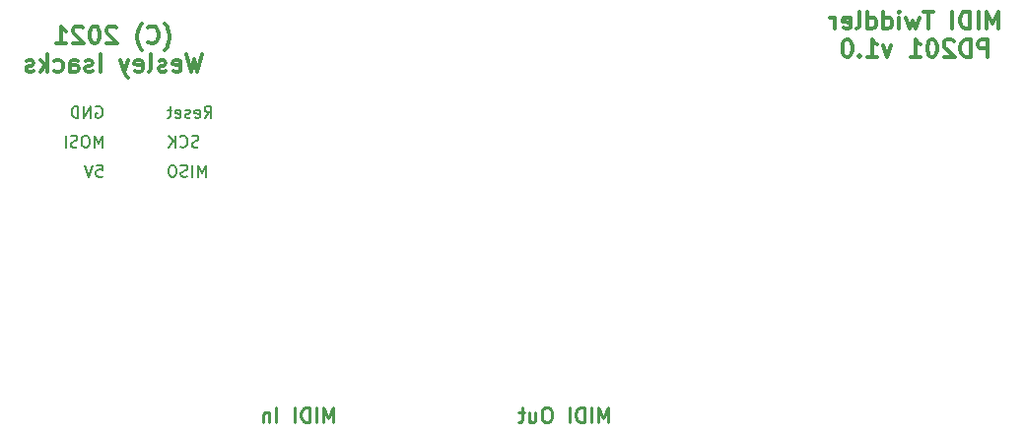
<source format=gbr>
%TF.GenerationSoftware,KiCad,Pcbnew,(6.0.11)*%
%TF.CreationDate,2023-08-23T01:54:35-07:00*%
%TF.ProjectId,miditwiddle,6d696469-7477-4696-9464-6c652e6b6963,rev?*%
%TF.SameCoordinates,PX9157080PY60e4b00*%
%TF.FileFunction,Legend,Bot*%
%TF.FilePolarity,Positive*%
%FSLAX46Y46*%
G04 Gerber Fmt 4.6, Leading zero omitted, Abs format (unit mm)*
G04 Created by KiCad (PCBNEW (6.0.11)) date 2023-08-23 01:54:35*
%MOMM*%
%LPD*%
G01*
G04 APERTURE LIST*
%ADD10C,0.150000*%
%ADD11C,0.300000*%
%ADD12C,0.254000*%
G04 APERTURE END LIST*
D10*
X-29001786Y7167620D02*
X-28668453Y7643810D01*
X-28430358Y7167620D02*
X-28430358Y8167620D01*
X-28811310Y8167620D01*
X-28906548Y8120000D01*
X-28954167Y8072381D01*
X-29001786Y7977143D01*
X-29001786Y7834286D01*
X-28954167Y7739048D01*
X-28906548Y7691429D01*
X-28811310Y7643810D01*
X-28430358Y7643810D01*
X-29811310Y7215239D02*
X-29716072Y7167620D01*
X-29525596Y7167620D01*
X-29430358Y7215239D01*
X-29382739Y7310477D01*
X-29382739Y7691429D01*
X-29430358Y7786667D01*
X-29525596Y7834286D01*
X-29716072Y7834286D01*
X-29811310Y7786667D01*
X-29858929Y7691429D01*
X-29858929Y7596191D01*
X-29382739Y7500953D01*
X-30239881Y7215239D02*
X-30335120Y7167620D01*
X-30525596Y7167620D01*
X-30620834Y7215239D01*
X-30668453Y7310477D01*
X-30668453Y7358096D01*
X-30620834Y7453334D01*
X-30525596Y7500953D01*
X-30382739Y7500953D01*
X-30287500Y7548572D01*
X-30239881Y7643810D01*
X-30239881Y7691429D01*
X-30287500Y7786667D01*
X-30382739Y7834286D01*
X-30525596Y7834286D01*
X-30620834Y7786667D01*
X-31477977Y7215239D02*
X-31382739Y7167620D01*
X-31192262Y7167620D01*
X-31097024Y7215239D01*
X-31049405Y7310477D01*
X-31049405Y7691429D01*
X-31097024Y7786667D01*
X-31192262Y7834286D01*
X-31382739Y7834286D01*
X-31477977Y7786667D01*
X-31525596Y7691429D01*
X-31525596Y7596191D01*
X-31049405Y7500953D01*
X-31811310Y7834286D02*
X-32192262Y7834286D01*
X-31954167Y8167620D02*
X-31954167Y7310477D01*
X-32001786Y7215239D01*
X-32097024Y7167620D01*
X-32192262Y7167620D01*
X-29525596Y4675239D02*
X-29668453Y4627620D01*
X-29906548Y4627620D01*
X-30001786Y4675239D01*
X-30049405Y4722858D01*
X-30097024Y4818096D01*
X-30097024Y4913334D01*
X-30049405Y5008572D01*
X-30001786Y5056191D01*
X-29906548Y5103810D01*
X-29716072Y5151429D01*
X-29620834Y5199048D01*
X-29573215Y5246667D01*
X-29525596Y5341905D01*
X-29525596Y5437143D01*
X-29573215Y5532381D01*
X-29620834Y5580000D01*
X-29716072Y5627620D01*
X-29954167Y5627620D01*
X-30097024Y5580000D01*
X-31097024Y4722858D02*
X-31049405Y4675239D01*
X-30906548Y4627620D01*
X-30811310Y4627620D01*
X-30668453Y4675239D01*
X-30573215Y4770477D01*
X-30525596Y4865715D01*
X-30477977Y5056191D01*
X-30477977Y5199048D01*
X-30525596Y5389524D01*
X-30573215Y5484762D01*
X-30668453Y5580000D01*
X-30811310Y5627620D01*
X-30906548Y5627620D01*
X-31049405Y5580000D01*
X-31097024Y5532381D01*
X-31525596Y4627620D02*
X-31525596Y5627620D01*
X-32097024Y4627620D02*
X-31668453Y5199048D01*
X-32097024Y5627620D02*
X-31525596Y5056191D01*
X-37800596Y4627620D02*
X-37800596Y5627620D01*
X-38133929Y4913334D01*
X-38467262Y5627620D01*
X-38467262Y4627620D01*
X-39133929Y5627620D02*
X-39324405Y5627620D01*
X-39419643Y5580000D01*
X-39514881Y5484762D01*
X-39562500Y5294286D01*
X-39562500Y4960953D01*
X-39514881Y4770477D01*
X-39419643Y4675239D01*
X-39324405Y4627620D01*
X-39133929Y4627620D01*
X-39038691Y4675239D01*
X-38943453Y4770477D01*
X-38895834Y4960953D01*
X-38895834Y5294286D01*
X-38943453Y5484762D01*
X-39038691Y5580000D01*
X-39133929Y5627620D01*
X-39943453Y4675239D02*
X-40086310Y4627620D01*
X-40324405Y4627620D01*
X-40419643Y4675239D01*
X-40467262Y4722858D01*
X-40514881Y4818096D01*
X-40514881Y4913334D01*
X-40467262Y5008572D01*
X-40419643Y5056191D01*
X-40324405Y5103810D01*
X-40133929Y5151429D01*
X-40038691Y5199048D01*
X-39991072Y5246667D01*
X-39943453Y5341905D01*
X-39943453Y5437143D01*
X-39991072Y5532381D01*
X-40038691Y5580000D01*
X-40133929Y5627620D01*
X-40372024Y5627620D01*
X-40514881Y5580000D01*
X-40943453Y4627620D02*
X-40943453Y5627620D01*
X-38276786Y3087620D02*
X-37800596Y3087620D01*
X-37752977Y2611429D01*
X-37800596Y2659048D01*
X-37895834Y2706667D01*
X-38133929Y2706667D01*
X-38229167Y2659048D01*
X-38276786Y2611429D01*
X-38324405Y2516191D01*
X-38324405Y2278096D01*
X-38276786Y2182858D01*
X-38229167Y2135239D01*
X-38133929Y2087620D01*
X-37895834Y2087620D01*
X-37800596Y2135239D01*
X-37752977Y2182858D01*
X-38610120Y3087620D02*
X-38943453Y2087620D01*
X-39276786Y3087620D01*
X-28906548Y2087620D02*
X-28906548Y3087620D01*
X-29239881Y2373334D01*
X-29573215Y3087620D01*
X-29573215Y2087620D01*
X-30049405Y2087620D02*
X-30049405Y3087620D01*
X-30477977Y2135239D02*
X-30620834Y2087620D01*
X-30858929Y2087620D01*
X-30954167Y2135239D01*
X-31001786Y2182858D01*
X-31049405Y2278096D01*
X-31049405Y2373334D01*
X-31001786Y2468572D01*
X-30954167Y2516191D01*
X-30858929Y2563810D01*
X-30668453Y2611429D01*
X-30573215Y2659048D01*
X-30525596Y2706667D01*
X-30477977Y2801905D01*
X-30477977Y2897143D01*
X-30525596Y2992381D01*
X-30573215Y3040000D01*
X-30668453Y3087620D01*
X-30906548Y3087620D01*
X-31049405Y3040000D01*
X-31668453Y3087620D02*
X-31858929Y3087620D01*
X-31954167Y3040000D01*
X-32049405Y2944762D01*
X-32097024Y2754286D01*
X-32097024Y2420953D01*
X-32049405Y2230477D01*
X-31954167Y2135239D01*
X-31858929Y2087620D01*
X-31668453Y2087620D01*
X-31573215Y2135239D01*
X-31477977Y2230477D01*
X-31430358Y2420953D01*
X-31430358Y2754286D01*
X-31477977Y2944762D01*
X-31573215Y3040000D01*
X-31668453Y3087620D01*
D11*
X39174642Y14816429D02*
X39174642Y16316429D01*
X38674642Y15245000D01*
X38174642Y16316429D01*
X38174642Y14816429D01*
X37460357Y14816429D02*
X37460357Y16316429D01*
X36746071Y14816429D02*
X36746071Y16316429D01*
X36388928Y16316429D01*
X36174642Y16245000D01*
X36031785Y16102143D01*
X35960357Y15959286D01*
X35888928Y15673572D01*
X35888928Y15459286D01*
X35960357Y15173572D01*
X36031785Y15030715D01*
X36174642Y14887858D01*
X36388928Y14816429D01*
X36746071Y14816429D01*
X35246071Y14816429D02*
X35246071Y16316429D01*
X33603214Y16316429D02*
X32746071Y16316429D01*
X33174642Y14816429D02*
X33174642Y16316429D01*
X32388928Y15816429D02*
X32103214Y14816429D01*
X31817500Y15530715D01*
X31531785Y14816429D01*
X31246071Y15816429D01*
X30674642Y14816429D02*
X30674642Y15816429D01*
X30674642Y16316429D02*
X30746071Y16245000D01*
X30674642Y16173572D01*
X30603214Y16245000D01*
X30674642Y16316429D01*
X30674642Y16173572D01*
X29317500Y14816429D02*
X29317500Y16316429D01*
X29317500Y14887858D02*
X29460357Y14816429D01*
X29746071Y14816429D01*
X29888928Y14887858D01*
X29960357Y14959286D01*
X30031785Y15102143D01*
X30031785Y15530715D01*
X29960357Y15673572D01*
X29888928Y15745000D01*
X29746071Y15816429D01*
X29460357Y15816429D01*
X29317500Y15745000D01*
X27960357Y14816429D02*
X27960357Y16316429D01*
X27960357Y14887858D02*
X28103214Y14816429D01*
X28388928Y14816429D01*
X28531785Y14887858D01*
X28603214Y14959286D01*
X28674642Y15102143D01*
X28674642Y15530715D01*
X28603214Y15673572D01*
X28531785Y15745000D01*
X28388928Y15816429D01*
X28103214Y15816429D01*
X27960357Y15745000D01*
X27031785Y14816429D02*
X27174642Y14887858D01*
X27246071Y15030715D01*
X27246071Y16316429D01*
X25888928Y14887858D02*
X26031785Y14816429D01*
X26317500Y14816429D01*
X26460357Y14887858D01*
X26531785Y15030715D01*
X26531785Y15602143D01*
X26460357Y15745000D01*
X26317500Y15816429D01*
X26031785Y15816429D01*
X25888928Y15745000D01*
X25817500Y15602143D01*
X25817500Y15459286D01*
X26531785Y15316429D01*
X25174642Y14816429D02*
X25174642Y15816429D01*
X25174642Y15530715D02*
X25103214Y15673572D01*
X25031785Y15745000D01*
X24888928Y15816429D01*
X24746071Y15816429D01*
X38281785Y12401429D02*
X38281785Y13901429D01*
X37710357Y13901429D01*
X37567500Y13830000D01*
X37496071Y13758572D01*
X37424642Y13615715D01*
X37424642Y13401429D01*
X37496071Y13258572D01*
X37567500Y13187143D01*
X37710357Y13115715D01*
X38281785Y13115715D01*
X36781785Y12401429D02*
X36781785Y13901429D01*
X36424642Y13901429D01*
X36210357Y13830000D01*
X36067500Y13687143D01*
X35996071Y13544286D01*
X35924642Y13258572D01*
X35924642Y13044286D01*
X35996071Y12758572D01*
X36067500Y12615715D01*
X36210357Y12472858D01*
X36424642Y12401429D01*
X36781785Y12401429D01*
X35353214Y13758572D02*
X35281785Y13830000D01*
X35138928Y13901429D01*
X34781785Y13901429D01*
X34638928Y13830000D01*
X34567500Y13758572D01*
X34496071Y13615715D01*
X34496071Y13472858D01*
X34567500Y13258572D01*
X35424642Y12401429D01*
X34496071Y12401429D01*
X33567500Y13901429D02*
X33424642Y13901429D01*
X33281785Y13830000D01*
X33210357Y13758572D01*
X33138928Y13615715D01*
X33067500Y13330000D01*
X33067500Y12972858D01*
X33138928Y12687143D01*
X33210357Y12544286D01*
X33281785Y12472858D01*
X33424642Y12401429D01*
X33567500Y12401429D01*
X33710357Y12472858D01*
X33781785Y12544286D01*
X33853214Y12687143D01*
X33924642Y12972858D01*
X33924642Y13330000D01*
X33853214Y13615715D01*
X33781785Y13758572D01*
X33710357Y13830000D01*
X33567500Y13901429D01*
X31638928Y12401429D02*
X32496071Y12401429D01*
X32067500Y12401429D02*
X32067500Y13901429D01*
X32210357Y13687143D01*
X32353214Y13544286D01*
X32496071Y13472858D01*
X29996071Y13401429D02*
X29638928Y12401429D01*
X29281785Y13401429D01*
X27924642Y12401429D02*
X28781785Y12401429D01*
X28353214Y12401429D02*
X28353214Y13901429D01*
X28496071Y13687143D01*
X28638928Y13544286D01*
X28781785Y13472858D01*
X27281785Y12544286D02*
X27210357Y12472858D01*
X27281785Y12401429D01*
X27353214Y12472858D01*
X27281785Y12544286D01*
X27281785Y12401429D01*
X26281785Y13901429D02*
X26138928Y13901429D01*
X25996071Y13830000D01*
X25924642Y13758572D01*
X25853214Y13615715D01*
X25781785Y13330000D01*
X25781785Y12972858D01*
X25853214Y12687143D01*
X25924642Y12544286D01*
X25996071Y12472858D01*
X26138928Y12401429D01*
X26281785Y12401429D01*
X26424642Y12472858D01*
X26496071Y12544286D01*
X26567500Y12687143D01*
X26638928Y12972858D01*
X26638928Y13330000D01*
X26567500Y13615715D01*
X26496071Y13758572D01*
X26424642Y13830000D01*
X26281785Y13901429D01*
D10*
X-38324405Y8120000D02*
X-38229167Y8167620D01*
X-38086310Y8167620D01*
X-37943453Y8120000D01*
X-37848215Y8024762D01*
X-37800596Y7929524D01*
X-37752977Y7739048D01*
X-37752977Y7596191D01*
X-37800596Y7405715D01*
X-37848215Y7310477D01*
X-37943453Y7215239D01*
X-38086310Y7167620D01*
X-38181548Y7167620D01*
X-38324405Y7215239D01*
X-38372024Y7262858D01*
X-38372024Y7596191D01*
X-38181548Y7596191D01*
X-38800596Y7167620D02*
X-38800596Y8167620D01*
X-39372024Y7167620D01*
X-39372024Y8167620D01*
X-39848215Y7167620D02*
X-39848215Y8167620D01*
X-40086310Y8167620D01*
X-40229167Y8120000D01*
X-40324405Y8024762D01*
X-40372024Y7929524D01*
X-40419643Y7739048D01*
X-40419643Y7596191D01*
X-40372024Y7405715D01*
X-40324405Y7310477D01*
X-40229167Y7215239D01*
X-40086310Y7167620D01*
X-39848215Y7167620D01*
D11*
X-32437143Y12975000D02*
X-32365715Y13046429D01*
X-32222858Y13260715D01*
X-32151429Y13403572D01*
X-32080000Y13617858D01*
X-32008572Y13975000D01*
X-32008572Y14260715D01*
X-32080000Y14617858D01*
X-32151429Y14832143D01*
X-32222858Y14975000D01*
X-32365715Y15189286D01*
X-32437143Y15260715D01*
X-33865715Y13689286D02*
X-33794286Y13617858D01*
X-33580000Y13546429D01*
X-33437143Y13546429D01*
X-33222858Y13617858D01*
X-33080000Y13760715D01*
X-33008572Y13903572D01*
X-32937143Y14189286D01*
X-32937143Y14403572D01*
X-33008572Y14689286D01*
X-33080000Y14832143D01*
X-33222858Y14975000D01*
X-33437143Y15046429D01*
X-33580000Y15046429D01*
X-33794286Y14975000D01*
X-33865715Y14903572D01*
X-34365715Y12975000D02*
X-34437143Y13046429D01*
X-34580000Y13260715D01*
X-34651429Y13403572D01*
X-34722858Y13617858D01*
X-34794286Y13975000D01*
X-34794286Y14260715D01*
X-34722858Y14617858D01*
X-34651429Y14832143D01*
X-34580000Y14975000D01*
X-34437143Y15189286D01*
X-34365715Y15260715D01*
X-36580000Y14903572D02*
X-36651429Y14975000D01*
X-36794286Y15046429D01*
X-37151429Y15046429D01*
X-37294286Y14975000D01*
X-37365715Y14903572D01*
X-37437143Y14760715D01*
X-37437143Y14617858D01*
X-37365715Y14403572D01*
X-36508572Y13546429D01*
X-37437143Y13546429D01*
X-38365715Y15046429D02*
X-38508572Y15046429D01*
X-38651429Y14975000D01*
X-38722858Y14903572D01*
X-38794286Y14760715D01*
X-38865715Y14475000D01*
X-38865715Y14117858D01*
X-38794286Y13832143D01*
X-38722858Y13689286D01*
X-38651429Y13617858D01*
X-38508572Y13546429D01*
X-38365715Y13546429D01*
X-38222858Y13617858D01*
X-38151429Y13689286D01*
X-38080000Y13832143D01*
X-38008572Y14117858D01*
X-38008572Y14475000D01*
X-38080000Y14760715D01*
X-38151429Y14903572D01*
X-38222858Y14975000D01*
X-38365715Y15046429D01*
X-39437143Y14903572D02*
X-39508572Y14975000D01*
X-39651429Y15046429D01*
X-40008572Y15046429D01*
X-40151429Y14975000D01*
X-40222858Y14903572D01*
X-40294286Y14760715D01*
X-40294286Y14617858D01*
X-40222858Y14403572D01*
X-39365715Y13546429D01*
X-40294286Y13546429D01*
X-41722858Y13546429D02*
X-40865715Y13546429D01*
X-41294286Y13546429D02*
X-41294286Y15046429D01*
X-41151429Y14832143D01*
X-41008572Y14689286D01*
X-40865715Y14617858D01*
X-29258572Y12631429D02*
X-29615715Y11131429D01*
X-29901429Y12202858D01*
X-30187143Y11131429D01*
X-30544286Y12631429D01*
X-31687143Y11202858D02*
X-31544286Y11131429D01*
X-31258572Y11131429D01*
X-31115715Y11202858D01*
X-31044286Y11345715D01*
X-31044286Y11917143D01*
X-31115715Y12060000D01*
X-31258572Y12131429D01*
X-31544286Y12131429D01*
X-31687143Y12060000D01*
X-31758572Y11917143D01*
X-31758572Y11774286D01*
X-31044286Y11631429D01*
X-32330000Y11202858D02*
X-32472858Y11131429D01*
X-32758572Y11131429D01*
X-32901429Y11202858D01*
X-32972858Y11345715D01*
X-32972858Y11417143D01*
X-32901429Y11560000D01*
X-32758572Y11631429D01*
X-32544286Y11631429D01*
X-32401429Y11702858D01*
X-32330000Y11845715D01*
X-32330000Y11917143D01*
X-32401429Y12060000D01*
X-32544286Y12131429D01*
X-32758572Y12131429D01*
X-32901429Y12060000D01*
X-33830000Y11131429D02*
X-33687143Y11202858D01*
X-33615715Y11345715D01*
X-33615715Y12631429D01*
X-34972858Y11202858D02*
X-34830000Y11131429D01*
X-34544286Y11131429D01*
X-34401429Y11202858D01*
X-34330000Y11345715D01*
X-34330000Y11917143D01*
X-34401429Y12060000D01*
X-34544286Y12131429D01*
X-34830000Y12131429D01*
X-34972858Y12060000D01*
X-35044286Y11917143D01*
X-35044286Y11774286D01*
X-34330000Y11631429D01*
X-35544286Y12131429D02*
X-35901429Y11131429D01*
X-36258572Y12131429D02*
X-35901429Y11131429D01*
X-35758572Y10774286D01*
X-35687143Y10702858D01*
X-35544286Y10631429D01*
X-37972858Y11131429D02*
X-37972858Y12631429D01*
X-38615715Y11202858D02*
X-38758572Y11131429D01*
X-39044286Y11131429D01*
X-39187143Y11202858D01*
X-39258572Y11345715D01*
X-39258572Y11417143D01*
X-39187143Y11560000D01*
X-39044286Y11631429D01*
X-38830000Y11631429D01*
X-38687143Y11702858D01*
X-38615715Y11845715D01*
X-38615715Y11917143D01*
X-38687143Y12060000D01*
X-38830000Y12131429D01*
X-39044286Y12131429D01*
X-39187143Y12060000D01*
X-40544286Y11131429D02*
X-40544286Y11917143D01*
X-40472858Y12060000D01*
X-40330000Y12131429D01*
X-40044286Y12131429D01*
X-39901429Y12060000D01*
X-40544286Y11202858D02*
X-40401429Y11131429D01*
X-40044286Y11131429D01*
X-39901429Y11202858D01*
X-39830000Y11345715D01*
X-39830000Y11488572D01*
X-39901429Y11631429D01*
X-40044286Y11702858D01*
X-40401429Y11702858D01*
X-40544286Y11774286D01*
X-41901429Y11202858D02*
X-41758572Y11131429D01*
X-41472858Y11131429D01*
X-41330000Y11202858D01*
X-41258572Y11274286D01*
X-41187143Y11417143D01*
X-41187143Y11845715D01*
X-41258572Y11988572D01*
X-41330000Y12060000D01*
X-41472858Y12131429D01*
X-41758572Y12131429D01*
X-41901429Y12060000D01*
X-42544286Y11131429D02*
X-42544286Y12631429D01*
X-42687143Y11702858D02*
X-43115715Y11131429D01*
X-43115715Y12131429D02*
X-42544286Y11560000D01*
X-43687143Y11202858D02*
X-43830000Y11131429D01*
X-44115715Y11131429D01*
X-44258572Y11202858D01*
X-44330000Y11345715D01*
X-44330000Y11417143D01*
X-44258572Y11560000D01*
X-44115715Y11631429D01*
X-43901429Y11631429D01*
X-43758572Y11702858D01*
X-43687143Y11845715D01*
X-43687143Y11917143D01*
X-43758572Y12060000D01*
X-43901429Y12131429D01*
X-44115715Y12131429D01*
X-44258572Y12060000D01*
D12*
%TO.C,J3*%
X-17931191Y-19019523D02*
X-17931191Y-17749523D01*
X-18354524Y-18656666D01*
X-18777858Y-17749523D01*
X-18777858Y-19019523D01*
X-19382620Y-19019523D02*
X-19382620Y-17749523D01*
X-19987381Y-19019523D02*
X-19987381Y-17749523D01*
X-20289762Y-17749523D01*
X-20471191Y-17810000D01*
X-20592143Y-17930952D01*
X-20652620Y-18051904D01*
X-20713096Y-18293809D01*
X-20713096Y-18475238D01*
X-20652620Y-18717142D01*
X-20592143Y-18838095D01*
X-20471191Y-18959047D01*
X-20289762Y-19019523D01*
X-19987381Y-19019523D01*
X-21257381Y-19019523D02*
X-21257381Y-17749523D01*
X-22829762Y-19019523D02*
X-22829762Y-17749523D01*
X-23434524Y-18172857D02*
X-23434524Y-19019523D01*
X-23434524Y-18293809D02*
X-23495000Y-18233333D01*
X-23615953Y-18172857D01*
X-23797381Y-18172857D01*
X-23918334Y-18233333D01*
X-23978810Y-18354285D01*
X-23978810Y-19019523D01*
%TO.C,J4*%
X5654523Y-19019523D02*
X5654523Y-17749523D01*
X5231190Y-18656666D01*
X4807857Y-17749523D01*
X4807857Y-19019523D01*
X4203095Y-19019523D02*
X4203095Y-17749523D01*
X3598333Y-19019523D02*
X3598333Y-17749523D01*
X3295952Y-17749523D01*
X3114523Y-17810000D01*
X2993571Y-17930952D01*
X2933095Y-18051904D01*
X2872619Y-18293809D01*
X2872619Y-18475238D01*
X2933095Y-18717142D01*
X2993571Y-18838095D01*
X3114523Y-18959047D01*
X3295952Y-19019523D01*
X3598333Y-19019523D01*
X2328333Y-19019523D02*
X2328333Y-17749523D01*
X514047Y-17749523D02*
X272142Y-17749523D01*
X151190Y-17810000D01*
X30238Y-17930952D01*
X-30239Y-18172857D01*
X-30239Y-18596190D01*
X30238Y-18838095D01*
X151190Y-18959047D01*
X272142Y-19019523D01*
X514047Y-19019523D01*
X635000Y-18959047D01*
X755952Y-18838095D01*
X816428Y-18596190D01*
X816428Y-18172857D01*
X755952Y-17930952D01*
X635000Y-17810000D01*
X514047Y-17749523D01*
X-1118810Y-18172857D02*
X-1118810Y-19019523D01*
X-574524Y-18172857D02*
X-574524Y-18838095D01*
X-635000Y-18959047D01*
X-755953Y-19019523D01*
X-937381Y-19019523D01*
X-1058334Y-18959047D01*
X-1118810Y-18898571D01*
X-1542143Y-18172857D02*
X-2025953Y-18172857D01*
X-1723572Y-17749523D02*
X-1723572Y-18838095D01*
X-1784048Y-18959047D01*
X-1905000Y-19019523D01*
X-2025953Y-19019523D01*
%TD*%
M02*

</source>
